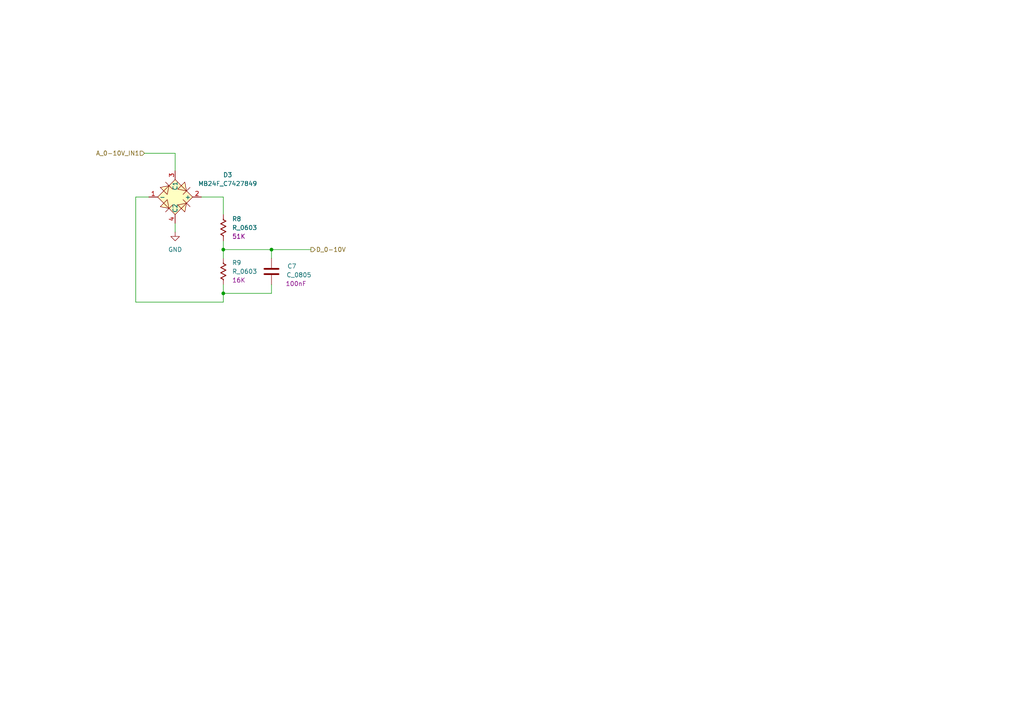
<source format=kicad_sch>
(kicad_sch (version 20250114) (generator "eeschema") (generator_version "9.0")
  (paper "A4")
  (lib_symbols
    (symbol "PCM_Capacitor_AKL:C_0805" (pin_numbers (hide yes)) (pin_names (offset 0.254))
      (property "Reference" "C" (at 0.635 2.54 0))
      (property "Value" "C_0805" (at 0.635 -2.54 0))
      (symbol "C_0805_0_1"
        (polyline (pts (xy -2.032 0.762) (xy 2.032 0.762)) (stroke (width 0.508)))
        (polyline (pts (xy -2.032 -0.762) (xy 2.032 -0.762)) (stroke (width 0.508)))
      )
      (symbol "C_0805_0_2"
        (polyline (pts (xy -2.54 -2.54) (xy -0.381 -0.381)))
        (polyline (pts (xy -0.508 -0.508) (xy -1.651 0.635)) (stroke (width 0.508)))
        (polyline (pts (xy -0.508 -0.508) (xy 0.635 -1.651)) (stroke (width 0.508)))
        (polyline (pts (xy 0.381 0.381) (xy 2.54 2.54)))
        (polyline (pts (xy 0.508 0.508) (xy -0.635 1.651)) (stroke (width 0.508)))
        (polyline (pts (xy 0.508 0.508) (xy 1.651 -0.635)) (stroke (width 0.508)))
      )
      (symbol "C_0805_1_1"
        (pin passive line (at 0 3.81 270) (length 2.794) (name "~") (number "1"))
        (pin passive line (at 0 -3.81 90) (length 2.794) (name "~") (number "2"))
      )
      (symbol "C_0805_1_2"
        (pin passive line (at -2.54 -2.54 90) (length 0) (name "~") (number "2"))
        (pin passive line (at 2.54 2.54 270) (length 0) (name "~") (number "1"))
      )
    )
    (symbol "PCM_Resistor_US_AKL:R_0603" (pin_numbers (hide yes)) (pin_names (offset 0))
      (property "Reference" "R" (at 2.54 1.27 0))
      (property "Value" "R_0603" (at 2.54 -1.27 0))
      (symbol "R_0603_0_1"
        (polyline (pts (xy 0 2.286) (xy 0 2.54)) (stroke (width 0.254)))
        (polyline (pts (xy 0 2.286) (xy 0.762 1.905) (xy -0.762 1.143) (xy 0 0.762) (xy 0.762 0.381) (xy 0 0) (xy -0.762 -0.381) (xy 0 -0.762) (xy 0.762 -1.143) (xy 0 -1.524) (xy -0.762 -1.905) (xy 0 -2.286)) (stroke (width 0.254)))
        (polyline (pts (xy 0 -2.286) (xy 0 -2.54)) (stroke (width 0.254)))
      )
      (symbol "R_0603_0_2"
        (polyline (pts (xy -2.54 -2.54) (xy -1.778 -1.778)))
        (polyline (pts (xy -1.778 -1.778) (xy -1.524 -1.524)) (stroke (width 0.254)))
        (polyline (pts (xy -1.524 -1.524) (xy -1.778 -0.762) (xy -1.016 -1.016)) (stroke (width 0.254)))
        (polyline (pts (xy -0.508 -0.508) (xy -0.762 0.254) (xy 0 0)) (stroke (width 0.254)))
        (polyline (pts (xy -0.508 -0.508) (xy -0.254 -1.27) (xy -1.016 -1.016)) (stroke (width 0.254)))
        (polyline (pts (xy 0.508 0.508) (xy 0.254 1.27) (xy 1.016 1.016)) (stroke (width 0.254)))
        (polyline (pts (xy 0.508 0.508) (xy 0.762 -0.254) (xy 0 0)) (stroke (width 0.254)))
        (polyline (pts (xy 1.524 1.524) (xy 1.778 0.762) (xy 1.016 1.016)) (stroke (width 0.254)))
        (polyline (pts (xy 1.778 1.778) (xy 1.524 1.524)) (stroke (width 0.254)))
        (polyline (pts (xy 1.778 1.778) (xy 2.54 2.54)))
      )
      (symbol "R_0603_1_1"
        (pin passive line (at 0 3.81 270) (length 1.27) (name "~") (number "1"))
        (pin passive line (at 0 -3.81 90) (length 1.27) (name "~") (number "2"))
      )
      (symbol "R_0603_1_2"
        (pin passive line (at -2.54 -2.54 0) (length 0) (name "") (number "2"))
        (pin passive line (at 2.54 2.54 180) (length 0) (name "") (number "1"))
      )
    )
    (symbol "PUENTE DIODO:MB24F_C7427849"
      (property "Reference" "D" (at 0 12.7 0))
      (property "Value" "MB24F_C7427849" (at 0 -12.7 0))
      (symbol "MB24F_C7427849_0_1"
        (polyline (pts (xy -4.32 2.79) (xy -1.78 3.3) (xy -2.29 0.76) (xy -4.32 2.79)) (fill (type background)))
        (polyline (pts (xy -2.79 4.32) (xy -0.76 2.29)))
        (polyline (pts (xy -2.29 -0.76) (xy -1.78 -3.3) (xy -4.32 -2.79) (xy -2.29 -0.76)) (fill (type background)))
        (polyline (pts (xy -0.76 -2.29) (xy -2.79 -4.32)))
        (polyline (pts (xy 0 5.08) (xy -5.08 0) (xy 0 -5.08) (xy 5.08 0) (xy 0 5.08)) (fill (type background)))
        (polyline (pts (xy 0.76 -2.29) (xy 3.3 -1.78) (xy 2.79 -4.32) (xy 0.76 -2.29)) (fill (type background)))
        (polyline (pts (xy 2.29 -0.76) (xy 4.32 -2.79)))
        (polyline (pts (xy 2.79 4.32) (xy 3.3 1.78) (xy 0.76 2.29) (xy 2.79 4.32)) (fill (type background)))
        (polyline (pts (xy 4.32 2.79) (xy 2.29 0.76)))
      )
      (symbol "MB24F_C7427849_1_1"
        (pin unspecified line (at -7.62 0 0) (length 2.54) (name "-") (number "1"))
        (pin unspecified line (at 0 7.62 270) (length 2.54) (name "C1") (number "3"))
        (pin unspecified line (at 0 -7.62 90) (length 2.54) (name "C2") (number "4"))
        (pin unspecified line (at 7.62 0 180) (length 2.54) (name "+") (number "2"))
      )
    )
    (symbol "power:GND" (power) (pin_numbers (hide yes)) (pin_names (offset 0) (hide yes))
      (property "Value" "GND" (at 0 -3.81 0))
      (symbol "GND_0_1"
        (polyline (pts (xy 0 0) (xy 0 -1.27) (xy 1.27 -1.27) (xy 0 -2.54) (xy -1.27 -1.27) (xy 0 -1.27)))
      )
      (symbol "GND_1_1"
        (pin power_in line (at 0 0 270) (length 0) (name "~") (number "1"))
      )
    )
  )
  (junction (at 78.74 72.39))
  (junction (at 64.77 72.39))
  (junction (at 64.77 85.09))
  (wire (pts (xy 50.8 44.45) (xy 50.8 49.53)))
  (wire (pts (xy 39.37 57.15) (xy 43.18 57.15)))
  (wire (pts (xy 39.37 87.63) (xy 39.37 57.15)))
  (wire (pts (xy 58.42 57.15) (xy 64.77 57.15)))
  (wire (pts (xy 78.74 74.93) (xy 78.74 72.39)))
  (wire (pts (xy 64.77 82.55) (xy 64.77 85.09)))
  (wire (pts (xy 41.91 44.45) (xy 50.8 44.45)))
  (wire (pts (xy 64.77 85.09) (xy 64.77 87.63)))
  (wire (pts (xy 78.74 85.09) (xy 64.77 85.09)))
  (wire (pts (xy 78.74 72.39) (xy 90.17 72.39)))
  (wire (pts (xy 78.74 82.55) (xy 78.74 85.09)))
  (wire (pts (xy 64.77 69.85) (xy 64.77 72.39)))
  (wire (pts (xy 64.77 57.15) (xy 64.77 62.23)))
  (wire (pts (xy 50.8 64.77) (xy 50.8 67.31)))
  (wire (pts (xy 64.77 72.39) (xy 64.77 74.93)))
  (wire (pts (xy 64.77 87.63) (xy 39.37 87.63)))
  (wire (pts (xy 78.74 72.39) (xy 64.77 72.39)))
  (hierarchical_label "A_0-10V_IN1" (shape input) (at 41.91 44.45 180))
  (hierarchical_label "D_0-10V" (shape output) (at 90.17 72.39 0))
  (symbol (lib_id "power:GND") (at 50.8 67.31 0) (unit 1)
    (property "Reference" "#PWR022" (effects (hide yes)))
    (property "Value" "GND" (at 50.8 72.39 0))
    (property "Description" "Power symbol creates a global label with name \"GND\" , ground" (effects (hide yes)))
  )
  (symbol (lib_id "PCM_Resistor_US_AKL:R_0603") (at 64.77 66.04 180) (unit 1)
    (property "Reference" "R8" (at 67.31 63.4999 0) (effects (justify right)))
    (property "Value" "R_0603" (at 67.31 66.0399 0) (effects (justify right)))
    (property "Footprint" "PCM_Resistor_SMD_AKL:R_0603_1608Metric" (effects (hide yes)))
    (property "Datasheet" "1K" (effects (hide yes)))
    (property "Description" "SMD 0603 Chip Resistor, US Symbol, Alternate KiCad Library" (effects (hide yes)))
    (property "Field5" "51K" (at 67.31 68.5799 0) (effects (justify right)))
  )
  (symbol (lib_id "PCM_Resistor_US_AKL:R_0603") (at 64.77 78.74 180) (unit 1)
    (property "Reference" "R9" (at 67.31 76.1999 0) (effects (justify right)))
    (property "Value" "R_0603" (at 67.31 78.7399 0) (effects (justify right)))
    (property "Footprint" "PCM_Resistor_SMD_AKL:R_0603_1608Metric" (effects (hide yes)))
    (property "Datasheet" "1K" (effects (hide yes)))
    (property "Description" "SMD 0603 Chip Resistor, US Symbol, Alternate KiCad Library" (effects (hide yes)))
    (property "Field5" "16K" (at 67.31 81.2799 0) (effects (justify right)))
  )
  (symbol (lib_id "PUENTE DIODO:MB24F_C7427849") (at 50.8 57.15 0) (unit 1)
    (property "Reference" "D3" (at 66.04 50.7298 0))
    (property "Value" "MB24F_C7427849" (at 66.04 53.2698 0))
    (property "Footprint" "Battery:MB24F" (effects (hide yes)))
    (property "LCSC Part" "C7427849" (effects (hide yes)))
  )
  (symbol (lib_id "PCM_Capacitor_AKL:C_0805") (at 78.74 78.74 0) (unit 1)
    (property "Reference" "C7" (at 83.312 77.216 0) (effects (justify left)))
    (property "Value" "C_0805" (at 83.058 79.756 0) (effects (justify left)))
    (property "Footprint" "PCM_Capacitor_SMD_AKL:C_0805_2012Metric" (effects (hide yes)))
    (property "Description" "SMD 0805 MLCC capacitor, Alternate KiCad Library" (effects (hide yes)))
    (property "Capacidad" "100nF" (at 85.852 82.296 0))
  )
)
</source>
